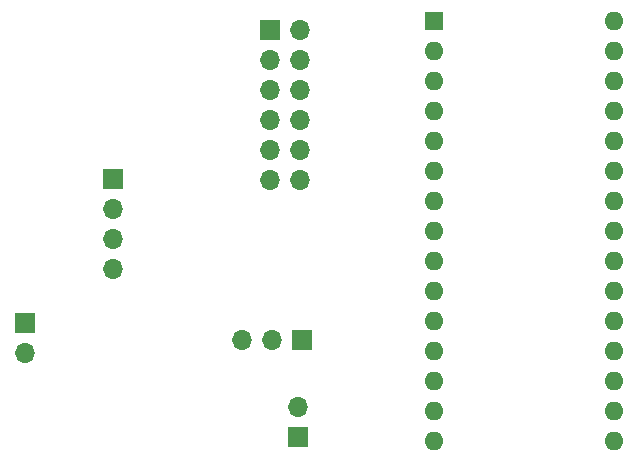
<source format=gbr>
%TF.GenerationSoftware,KiCad,Pcbnew,8.0.1*%
%TF.CreationDate,2024-06-23T19:51:28-03:00*%
%TF.ProjectId,DogFood,446f6746-6f6f-4642-9e6b-696361645f70,rev?*%
%TF.SameCoordinates,Original*%
%TF.FileFunction,Copper,L2,Bot*%
%TF.FilePolarity,Positive*%
%FSLAX46Y46*%
G04 Gerber Fmt 4.6, Leading zero omitted, Abs format (unit mm)*
G04 Created by KiCad (PCBNEW 8.0.1) date 2024-06-23 19:51:28*
%MOMM*%
%LPD*%
G01*
G04 APERTURE LIST*
%TA.AperFunction,ComponentPad*%
%ADD10R,1.600000X1.600000*%
%TD*%
%TA.AperFunction,ComponentPad*%
%ADD11O,1.600000X1.600000*%
%TD*%
%TA.AperFunction,ComponentPad*%
%ADD12O,1.700000X1.700000*%
%TD*%
%TA.AperFunction,ComponentPad*%
%ADD13R,1.700000X1.700000*%
%TD*%
G04 APERTURE END LIST*
D10*
%TO.P,A1,1,D1/TX*%
%TO.N,N/C*%
X101600000Y-71720000D03*
D11*
%TO.P,A1,2,D0/RX*%
%TO.N,unconnected-(A1-D0{slash}RX-Pad2)*%
X101600000Y-74260000D03*
%TO.P,A1,3,~{RESET}*%
%TO.N,unconnected-(A1-~{RESET}-Pad3)*%
X101600000Y-76800000D03*
%TO.P,A1,4,GND*%
%TO.N,Net-(J1-Pin_b2)*%
X101600000Y-79340000D03*
%TO.P,A1,5,D2*%
%TO.N,Net-(A1-D2)*%
X101600000Y-81880000D03*
%TO.P,A1,6,D3*%
%TO.N,Net-(A1-D3)*%
X101600000Y-84420000D03*
%TO.P,A1,7,D4*%
%TO.N,Net-(A1-D4)*%
X101600000Y-86960000D03*
%TO.P,A1,8,D5*%
%TO.N,Net-(A1-D5)*%
X101600000Y-89500000D03*
%TO.P,A1,9,D6*%
%TO.N,Net-(A1-D6)*%
X101600000Y-92040000D03*
%TO.P,A1,10,D7*%
%TO.N,unconnected-(A1-D7-Pad10)*%
X101600000Y-94580000D03*
%TO.P,A1,11,D8*%
%TO.N,unconnected-(A1-D8-Pad11)*%
X101600000Y-97120000D03*
%TO.P,A1,12,D9*%
%TO.N,Net-(A1-D9)*%
X101600000Y-99660000D03*
%TO.P,A1,13,D10*%
%TO.N,unconnected-(A1-D10-Pad13)*%
X101600000Y-102200000D03*
%TO.P,A1,14,D11*%
%TO.N,Net-(A1-D11)*%
X101600000Y-104740000D03*
%TO.P,A1,15,D12*%
%TO.N,Net-(A1-D12)*%
X101600000Y-107280000D03*
%TO.P,A1,16,D13*%
%TO.N,unconnected-(A1-D13-Pad16)*%
X116840000Y-107280000D03*
%TO.P,A1,17,3V3*%
%TO.N,Net-(A1-3V3)*%
X116840000Y-104740000D03*
%TO.P,A1,18,AREF*%
%TO.N,unconnected-(A1-AREF-Pad18)*%
X116840000Y-102200000D03*
%TO.P,A1,19,A0*%
%TO.N,unconnected-(A1-A0-Pad19)*%
X116840000Y-99660000D03*
%TO.P,A1,20,A1*%
%TO.N,unconnected-(A1-A1-Pad20)*%
X116840000Y-97120000D03*
%TO.P,A1,21,A2*%
%TO.N,unconnected-(A1-A2-Pad21)*%
X116840000Y-94580000D03*
%TO.P,A1,22,A3*%
%TO.N,unconnected-(A1-A3-Pad22)*%
X116840000Y-92040000D03*
%TO.P,A1,23,A4*%
%TO.N,unconnected-(A1-A4-Pad23)*%
X116840000Y-89500000D03*
%TO.P,A1,24,A5*%
%TO.N,unconnected-(A1-A5-Pad24)*%
X116840000Y-86960000D03*
%TO.P,A1,25,A6*%
%TO.N,unconnected-(A1-A6-Pad25)*%
X116840000Y-84420000D03*
%TO.P,A1,26,A7*%
%TO.N,unconnected-(A1-A7-Pad26)*%
X116840000Y-81880000D03*
%TO.P,A1,27,+5V*%
%TO.N,Net-(A1-+5V)*%
X116840000Y-79340000D03*
%TO.P,A1,28,~{RESET}*%
%TO.N,unconnected-(A1-~{RESET}-Pad28)*%
X116840000Y-76800000D03*
%TO.P,A1,29,GND*%
%TO.N,Net-(J1-Pin_b2)*%
X116840000Y-74260000D03*
%TO.P,A1,30,VIN*%
%TO.N,unconnected-(A1-VIN-Pad30)*%
X116840000Y-71720000D03*
%TD*%
D12*
%TO.P,J6,2,Pin_2*%
%TO.N,Net-(J1-Pin_b2)*%
X66954400Y-99867800D03*
D13*
%TO.P,J6,1,Pin_1*%
%TO.N,Net-(A1-+5V)*%
X66954400Y-97327800D03*
%TD*%
%TO.P,J5,1,Pin_1*%
%TO.N,Net-(A1-D12)*%
X90068400Y-106989800D03*
D12*
%TO.P,J5,2,Pin_2*%
%TO.N,Net-(A1-D11)*%
X90068400Y-104449800D03*
%TD*%
D13*
%TO.P,J4,1,Pin_1*%
%TO.N,Net-(A1-D9)*%
X90373200Y-98755200D03*
D12*
%TO.P,J4,2,Pin_2*%
%TO.N,Net-(A1-+5V)*%
X87833200Y-98755200D03*
%TO.P,J4,3,Pin_3*%
%TO.N,Net-(J1-Pin_b2)*%
X85293200Y-98755200D03*
%TD*%
%TO.P,J2,4,Pin_4*%
%TO.N,Net-(A1-+5V)*%
X74371200Y-92760800D03*
%TO.P,J2,3,Pin_3*%
%TO.N,Net-(A1-D6)*%
X74371200Y-90220800D03*
%TO.P,J2,2,Pin_2*%
%TO.N,Net-(A1-D5)*%
X74371200Y-87680800D03*
D13*
%TO.P,J2,1,Pin_1*%
%TO.N,Net-(J1-Pin_b2)*%
X74371200Y-85140800D03*
%TD*%
%TO.P,J1,1*%
%TO.N,Net-(J1-Pin_b2)*%
X87680800Y-72491600D03*
D12*
%TO.P,J1,2*%
%TO.N,Net-(A1-3V3)*%
X90220800Y-72491600D03*
%TO.P,J1,3*%
%TO.N,N/C*%
X87680800Y-75031600D03*
%TO.P,J1,4*%
%TO.N,Net-(J1-Pin_b2)*%
X90220800Y-75031600D03*
%TO.P,J1,5*%
%TO.N,N/C*%
X87680800Y-77571600D03*
%TO.P,J1,6*%
X90220800Y-77571600D03*
%TO.P,J1,7*%
X87680800Y-80111600D03*
%TO.P,J1,8*%
X90220800Y-80111600D03*
%TO.P,J1,9*%
X87680800Y-82651600D03*
%TO.P,J1,10*%
X90220800Y-82651600D03*
%TO.P,J1,11*%
X87680800Y-85191600D03*
%TO.P,J1,12*%
X90220800Y-85191600D03*
%TD*%
M02*

</source>
